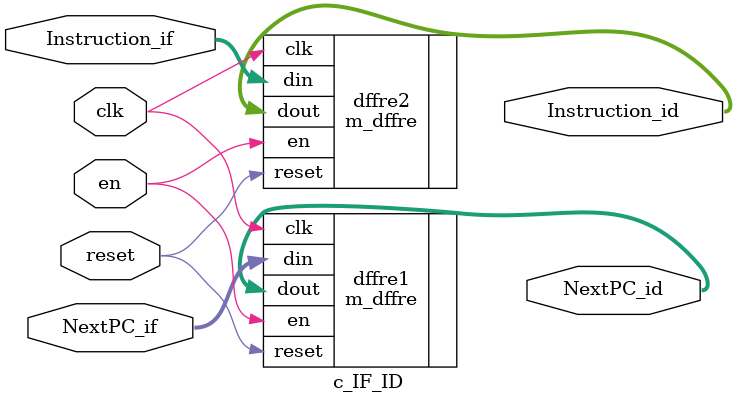
<source format=v>
`timescale 1ns / 1ps


module c_IF_ID(
    input clk,
    input reset,
    input en,
    input[31:0] NextPC_if,
    input[31:0] Instruction_if,
    output[31:0] NextPC_id,
    output[31:0] Instruction_id
    );
    
    //Reg for NextPC
    m_dffre #(32) dffre1(
    .clk(clk),
    .reset(reset),
    .en(en),
    .din(NextPC_if),
    .dout(NextPC_id)
    );
    //Reg for Instruction
    m_dffre #(32) dffre2(
    .clk(clk),
    .reset(reset),
    .en(en),
    .din(Instruction_if),
    .dout(Instruction_id)
    );
    
endmodule

</source>
